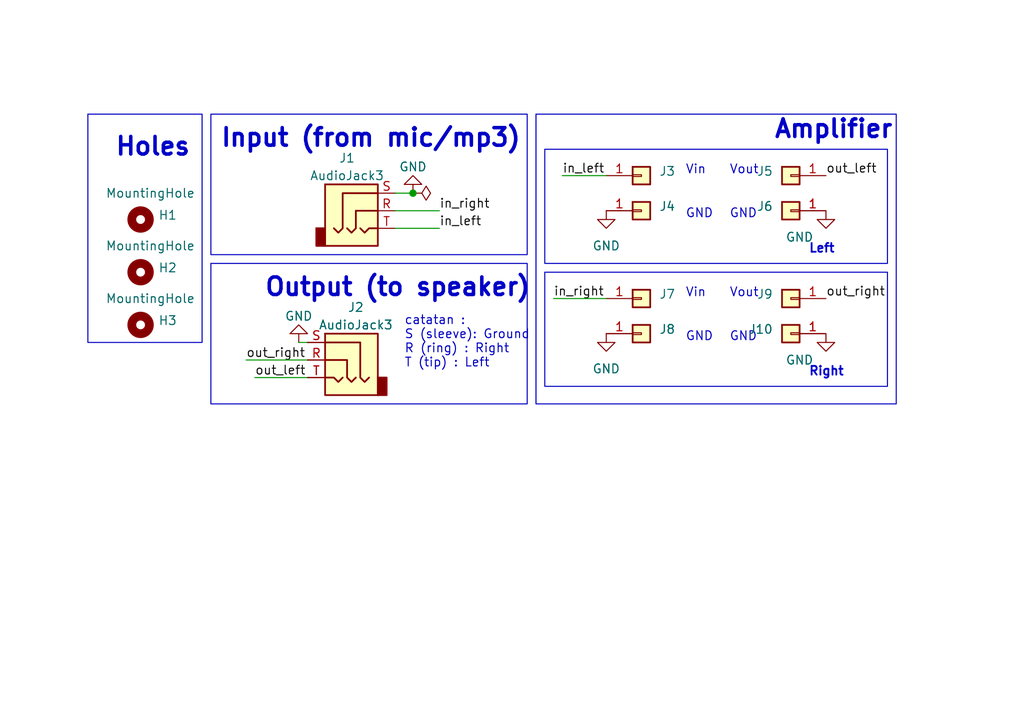
<source format=kicad_sch>
(kicad_sch (version 20230121) (generator eeschema)

  (uuid 75cf0e2d-f97e-498f-9f51-ea4cf139153a)

  (paper "User" 148.006 105.004)

  (title_block
    (title "Audiojack - Banana Converter")
    (date "2024-03-27")
    (company "Institut Teknologi Bandung")
    (comment 1 "Bostang Palaguna")
    (comment 2 "Designed by:")
  )

  (lib_symbols
    (symbol "Connector_Audio:AudioJack3" (in_bom yes) (on_board yes)
      (property "Reference" "J" (at 0 8.89 0)
        (effects (font (size 1.27 1.27)))
      )
      (property "Value" "AudioJack3" (at 0 6.35 0)
        (effects (font (size 1.27 1.27)))
      )
      (property "Footprint" "" (at 0 0 0)
        (effects (font (size 1.27 1.27)) hide)
      )
      (property "Datasheet" "~" (at 0 0 0)
        (effects (font (size 1.27 1.27)) hide)
      )
      (property "ki_keywords" "audio jack receptacle stereo headphones phones TRS connector" (at 0 0 0)
        (effects (font (size 1.27 1.27)) hide)
      )
      (property "ki_description" "Audio Jack, 3 Poles (Stereo / TRS)" (at 0 0 0)
        (effects (font (size 1.27 1.27)) hide)
      )
      (property "ki_fp_filters" "Jack*" (at 0 0 0)
        (effects (font (size 1.27 1.27)) hide)
      )
      (symbol "AudioJack3_0_1"
        (rectangle (start -5.08 -5.08) (end -6.35 -2.54)
          (stroke (width 0.254) (type default))
          (fill (type outline))
        )
        (polyline
          (pts
            (xy 0 -2.54)
            (xy 0.635 -3.175)
            (xy 1.27 -2.54)
            (xy 2.54 -2.54)
          )
          (stroke (width 0.254) (type default))
          (fill (type none))
        )
        (polyline
          (pts
            (xy -1.905 -2.54)
            (xy -1.27 -3.175)
            (xy -0.635 -2.54)
            (xy -0.635 0)
            (xy 2.54 0)
          )
          (stroke (width 0.254) (type default))
          (fill (type none))
        )
        (polyline
          (pts
            (xy 2.54 2.54)
            (xy -2.54 2.54)
            (xy -2.54 -2.54)
            (xy -3.175 -3.175)
            (xy -3.81 -2.54)
          )
          (stroke (width 0.254) (type default))
          (fill (type none))
        )
        (rectangle (start 2.54 3.81) (end -5.08 -5.08)
          (stroke (width 0.254) (type default))
          (fill (type background))
        )
      )
      (symbol "AudioJack3_1_1"
        (pin passive line (at 5.08 0 180) (length 2.54)
          (name "~" (effects (font (size 1.27 1.27))))
          (number "R" (effects (font (size 1.27 1.27))))
        )
        (pin passive line (at 5.08 2.54 180) (length 2.54)
          (name "~" (effects (font (size 1.27 1.27))))
          (number "S" (effects (font (size 1.27 1.27))))
        )
        (pin passive line (at 5.08 -2.54 180) (length 2.54)
          (name "~" (effects (font (size 1.27 1.27))))
          (number "T" (effects (font (size 1.27 1.27))))
        )
      )
    )
    (symbol "Connector_Generic:Conn_01x01" (pin_names (offset 1.016) hide) (in_bom yes) (on_board yes)
      (property "Reference" "J" (at 0 2.54 0)
        (effects (font (size 1.27 1.27)))
      )
      (property "Value" "Conn_01x01" (at 0 -2.54 0)
        (effects (font (size 1.27 1.27)))
      )
      (property "Footprint" "" (at 0 0 0)
        (effects (font (size 1.27 1.27)) hide)
      )
      (property "Datasheet" "~" (at 0 0 0)
        (effects (font (size 1.27 1.27)) hide)
      )
      (property "ki_keywords" "connector" (at 0 0 0)
        (effects (font (size 1.27 1.27)) hide)
      )
      (property "ki_description" "Generic connector, single row, 01x01, script generated (kicad-library-utils/schlib/autogen/connector/)" (at 0 0 0)
        (effects (font (size 1.27 1.27)) hide)
      )
      (property "ki_fp_filters" "Connector*:*_1x??_*" (at 0 0 0)
        (effects (font (size 1.27 1.27)) hide)
      )
      (symbol "Conn_01x01_1_1"
        (rectangle (start -1.27 0.127) (end 0 -0.127)
          (stroke (width 0.1524) (type default))
          (fill (type none))
        )
        (rectangle (start -1.27 1.27) (end 1.27 -1.27)
          (stroke (width 0.254) (type default))
          (fill (type background))
        )
        (pin passive line (at -5.08 0 0) (length 3.81)
          (name "Pin_1" (effects (font (size 1.27 1.27))))
          (number "1" (effects (font (size 1.27 1.27))))
        )
      )
    )
    (symbol "Mechanical:MountingHole" (pin_names (offset 1.016)) (in_bom yes) (on_board yes)
      (property "Reference" "H" (at 0 5.08 0)
        (effects (font (size 1.27 1.27)))
      )
      (property "Value" "MountingHole" (at 0 3.175 0)
        (effects (font (size 1.27 1.27)))
      )
      (property "Footprint" "" (at 0 0 0)
        (effects (font (size 1.27 1.27)) hide)
      )
      (property "Datasheet" "~" (at 0 0 0)
        (effects (font (size 1.27 1.27)) hide)
      )
      (property "ki_keywords" "mounting hole" (at 0 0 0)
        (effects (font (size 1.27 1.27)) hide)
      )
      (property "ki_description" "Mounting Hole without connection" (at 0 0 0)
        (effects (font (size 1.27 1.27)) hide)
      )
      (property "ki_fp_filters" "MountingHole*" (at 0 0 0)
        (effects (font (size 1.27 1.27)) hide)
      )
      (symbol "MountingHole_0_1"
        (circle (center 0 0) (radius 1.27)
          (stroke (width 1.27) (type default))
          (fill (type none))
        )
      )
    )
    (symbol "power:GND" (power) (pin_names (offset 0)) (in_bom yes) (on_board yes)
      (property "Reference" "#PWR" (at 0 -6.35 0)
        (effects (font (size 1.27 1.27)) hide)
      )
      (property "Value" "GND" (at 0 -3.81 0)
        (effects (font (size 1.27 1.27)))
      )
      (property "Footprint" "" (at 0 0 0)
        (effects (font (size 1.27 1.27)) hide)
      )
      (property "Datasheet" "" (at 0 0 0)
        (effects (font (size 1.27 1.27)) hide)
      )
      (property "ki_keywords" "global power" (at 0 0 0)
        (effects (font (size 1.27 1.27)) hide)
      )
      (property "ki_description" "Power symbol creates a global label with name \"GND\" , ground" (at 0 0 0)
        (effects (font (size 1.27 1.27)) hide)
      )
      (symbol "GND_0_1"
        (polyline
          (pts
            (xy 0 0)
            (xy 0 -1.27)
            (xy 1.27 -1.27)
            (xy 0 -2.54)
            (xy -1.27 -1.27)
            (xy 0 -1.27)
          )
          (stroke (width 0) (type default))
          (fill (type none))
        )
      )
      (symbol "GND_1_1"
        (pin power_in line (at 0 0 270) (length 0) hide
          (name "GND" (effects (font (size 1.27 1.27))))
          (number "1" (effects (font (size 1.27 1.27))))
        )
      )
    )
    (symbol "power:PWR_FLAG" (power) (pin_numbers hide) (pin_names (offset 0) hide) (in_bom yes) (on_board yes)
      (property "Reference" "#FLG" (at 0 1.905 0)
        (effects (font (size 1.27 1.27)) hide)
      )
      (property "Value" "PWR_FLAG" (at 0 3.81 0)
        (effects (font (size 1.27 1.27)))
      )
      (property "Footprint" "" (at 0 0 0)
        (effects (font (size 1.27 1.27)) hide)
      )
      (property "Datasheet" "~" (at 0 0 0)
        (effects (font (size 1.27 1.27)) hide)
      )
      (property "ki_keywords" "flag power" (at 0 0 0)
        (effects (font (size 1.27 1.27)) hide)
      )
      (property "ki_description" "Special symbol for telling ERC where power comes from" (at 0 0 0)
        (effects (font (size 1.27 1.27)) hide)
      )
      (symbol "PWR_FLAG_0_0"
        (pin power_out line (at 0 0 90) (length 0)
          (name "pwr" (effects (font (size 1.27 1.27))))
          (number "1" (effects (font (size 1.27 1.27))))
        )
      )
      (symbol "PWR_FLAG_0_1"
        (polyline
          (pts
            (xy 0 0)
            (xy 0 1.27)
            (xy -1.016 1.905)
            (xy 0 2.54)
            (xy 1.016 1.905)
            (xy 0 1.27)
          )
          (stroke (width 0) (type default))
          (fill (type none))
        )
      )
    )
  )

  (junction (at 59.69 27.94) (diameter 0) (color 0 0 0 0)
    (uuid 5a9bd359-8882-4d25-bd85-8e4665d93037)
  )

  (wire (pts (xy 35.56 52.07) (xy 44.45 52.07))
    (stroke (width 0) (type default))
    (uuid 1492008c-aae9-4754-a1b2-0108ee524ed5)
  )
  (wire (pts (xy 81.28 25.4) (xy 87.63 25.4))
    (stroke (width 0) (type default))
    (uuid 215bc0e4-79ce-4384-9c59-e981d6e4e7fe)
  )
  (wire (pts (xy 80.01 43.18) (xy 87.63 43.18))
    (stroke (width 0) (type default))
    (uuid 3917a8f3-9b62-436b-9e28-046cd90ac00f)
  )
  (wire (pts (xy 63.5 30.48) (xy 57.15 30.48))
    (stroke (width 0) (type default))
    (uuid 55d1aadc-2f68-4aab-a373-56c6aa164219)
  )
  (wire (pts (xy 63.5 33.02) (xy 57.15 33.02))
    (stroke (width 0) (type default))
    (uuid 7448d9d6-53a4-48f6-8958-c88c844ee344)
  )
  (wire (pts (xy 36.83 54.61) (xy 44.45 54.61))
    (stroke (width 0) (type default))
    (uuid ba20d16c-5eb4-4c79-95f8-2c444b9ce2ea)
  )
  (wire (pts (xy 59.69 27.94) (xy 57.15 27.94))
    (stroke (width 0) (type default))
    (uuid bc9cf14e-a0ad-4fe6-b371-c91681df98bf)
  )
  (wire (pts (xy 43.18 49.53) (xy 44.45 49.53))
    (stroke (width 0) (type default))
    (uuid d37aacb2-0d39-4e8c-8999-b8ac02ae5a54)
  )

  (rectangle (start 78.74 21.59) (end 128.27 38.1)
    (stroke (width 0) (type default))
    (fill (type none))
    (uuid 5b36a389-5a82-4619-877c-4af330edc79a)
  )
  (rectangle (start 78.74 39.37) (end 128.27 55.88)
    (stroke (width 0) (type default))
    (fill (type none))
    (uuid a4a2eab8-69f3-43a1-8bad-b069aa32557d)
  )
  (rectangle (start 12.7 16.51) (end 29.21 49.53)
    (stroke (width 0) (type default))
    (fill (type none))
    (uuid af4e3a26-d01f-4dd7-b625-8320918fbd84)
  )
  (rectangle (start 30.48 16.51) (end 76.2 36.83)
    (stroke (width 0) (type default))
    (fill (type none))
    (uuid b46b2c59-1980-4bb3-b470-9ec6bbf8e99c)
  )
  (rectangle (start 30.48 38.1) (end 76.2 58.42)
    (stroke (width 0) (type default))
    (fill (type none))
    (uuid d116adf2-685a-4f47-9a55-749379b23097)
  )
  (rectangle (start 77.47 16.51) (end 129.54 58.42)
    (stroke (width 0) (type default))
    (fill (type none))
    (uuid d1d53af2-b7eb-47a9-aeff-a490a658962e)
  )

  (text "Amplifier" (at 111.76 20.32 0)
    (effects (font (size 2.54 2.54) (thickness 0.508) bold) (justify left bottom))
    (uuid 01c3eddd-292e-4531-91a6-020077b68eac)
  )
  (text "Vin" (at 99.06 43.18 0)
    (effects (font (size 1.27 1.27)) (justify left bottom))
    (uuid 30f3a7c5-10e4-47b1-8c03-5d9ef8c4e95e)
  )
  (text "Vout" (at 105.41 25.4 0)
    (effects (font (size 1.27 1.27)) (justify left bottom))
    (uuid 44a1a96e-3f30-4a80-8313-b84f96359aa6)
  )
  (text "catatan :\nS (sleeve): Ground \nR (ring) : Right\nT (tip) : Left"
    (at 58.42 53.34 0)
    (effects (font (size 1.27 1.27)) (justify left bottom))
    (uuid 6e26eecb-e1f1-49b6-ab42-986c2dfda5be)
  )
  (text "Input (from mic/mp3)" (at 31.75 21.59 0)
    (effects (font (size 2.54 2.54) (thickness 0.508) bold) (justify left bottom))
    (uuid 70e03e4c-d440-4922-82b3-1f7124cf3bf4)
  )
  (text "GND" (at 105.41 31.75 0)
    (effects (font (size 1.27 1.27)) (justify left bottom))
    (uuid 84c2791f-6986-4421-9469-30e72391ed59)
  )
  (text "Left" (at 116.84 36.83 0)
    (effects (font (size 1.27 1.27) bold) (justify left bottom))
    (uuid a5d84026-3917-423e-bf63-27d01e07c649)
  )
  (text "GND" (at 105.41 49.53 0)
    (effects (font (size 1.27 1.27)) (justify left bottom))
    (uuid a6a542b0-5609-4d64-9f91-23eddf344310)
  )
  (text "GND" (at 99.06 31.75 0)
    (effects (font (size 1.27 1.27)) (justify left bottom))
    (uuid ad566dc4-547a-4c3b-a726-44bf8e72e0a8)
  )
  (text "Vout" (at 105.41 43.18 0)
    (effects (font (size 1.27 1.27)) (justify left bottom))
    (uuid c10f23f0-3188-4fdc-8e53-103b2367351b)
  )
  (text "Output (to speaker)" (at 38.1 43.18 0)
    (effects (font (size 2.54 2.54) (thickness 0.508) bold) (justify left bottom))
    (uuid ced734c0-6d99-4807-a4ed-72c3a11067e4)
  )
  (text "Right" (at 116.84 54.61 0)
    (effects (font (size 1.27 1.27) bold) (justify left bottom))
    (uuid d95e6bbf-347d-48de-8ca1-1c1699f109f7)
  )
  (text "GND" (at 99.06 49.53 0)
    (effects (font (size 1.27 1.27)) (justify left bottom))
    (uuid de0ff01d-5782-4316-a80d-82ef32b788ea)
  )
  (text "Vin" (at 99.06 25.4 0)
    (effects (font (size 1.27 1.27)) (justify left bottom))
    (uuid f32dcb3d-b21f-4602-b8a6-03e6a8d895db)
  )
  (text "Holes" (at 16.51 22.86 0)
    (effects (font (size 2.54 2.54) (thickness 0.508) bold) (justify left bottom))
    (uuid fc31b04f-6b86-47cf-b12b-eaeaae28e814)
  )

  (label "in_right" (at 63.5 30.48 0) (fields_autoplaced)
    (effects (font (size 1.27 1.27)) (justify left bottom))
    (uuid 0cd1acf8-391b-4b1d-9109-c40b57708fe3)
  )
  (label "in_left" (at 81.28 25.4 0) (fields_autoplaced)
    (effects (font (size 1.27 1.27)) (justify left bottom))
    (uuid 552ef3a5-c3df-4340-bd45-433d5b61e79c)
  )
  (label "out_right" (at 119.38 43.18 0) (fields_autoplaced)
    (effects (font (size 1.27 1.27)) (justify left bottom))
    (uuid 5e89e62d-b9dc-4519-94fd-e120d47d58d3)
  )
  (label "out_left" (at 36.83 54.61 0) (fields_autoplaced)
    (effects (font (size 1.27 1.27)) (justify left bottom))
    (uuid 7b3fc136-67b4-42b7-b40c-3c793e06b639)
  )
  (label "out_right" (at 35.56 52.07 0) (fields_autoplaced)
    (effects (font (size 1.27 1.27)) (justify left bottom))
    (uuid 8c69d78c-72ba-44f5-bc0d-c2ef0007ec34)
  )
  (label "in_right" (at 80.01 43.18 0) (fields_autoplaced)
    (effects (font (size 1.27 1.27)) (justify left bottom))
    (uuid ccd4ab72-9525-493f-86e4-e79006a08e6a)
  )
  (label "in_left" (at 63.5 33.02 0) (fields_autoplaced)
    (effects (font (size 1.27 1.27)) (justify left bottom))
    (uuid dcb372b1-1dcc-4036-b0ec-81cd622a4d73)
  )
  (label "out_left" (at 119.38 25.4 0) (fields_autoplaced)
    (effects (font (size 1.27 1.27)) (justify left bottom))
    (uuid e0b22fe6-8bb8-4414-b53e-d48f11638b98)
  )

  (symbol (lib_id "Connector_Generic:Conn_01x01") (at 114.3 25.4 0) (mirror y) (unit 1)
    (in_bom yes) (on_board yes) (dnp no)
    (uuid 001c51bf-20f6-458a-8513-0a172369f3c2)
    (property "Reference" "J5" (at 111.76 24.765 0)
      (effects (font (size 1.27 1.27)) (justify left))
    )
    (property "Value" "Conn_01x01" (at 111.76 27.305 0)
      (effects (font (size 1.27 1.27)) (justify left) hide)
    )
    (property "Footprint" "Connector:Banana_Jack_1Pin" (at 114.3 25.4 0)
      (effects (font (size 1.27 1.27)) hide)
    )
    (property "Datasheet" "~" (at 114.3 25.4 0)
      (effects (font (size 1.27 1.27)) hide)
    )
    (pin "1" (uuid b6f82b18-b87a-4ecd-aed9-2039a3ff8cc9))
    (instances
      (project "Audiojack_Banana"
        (path "/75cf0e2d-f97e-498f-9f51-ea4cf139153a"
          (reference "J5") (unit 1)
        )
      )
    )
  )

  (symbol (lib_id "power:GND") (at 87.63 48.26 0) (unit 1)
    (in_bom yes) (on_board yes) (dnp no) (fields_autoplaced)
    (uuid 213995bc-0072-44df-8fff-37d238874809)
    (property "Reference" "#PWR04" (at 87.63 54.61 0)
      (effects (font (size 1.27 1.27)) hide)
    )
    (property "Value" "GND" (at 87.63 53.34 0)
      (effects (font (size 1.27 1.27)))
    )
    (property "Footprint" "" (at 87.63 48.26 0)
      (effects (font (size 1.27 1.27)) hide)
    )
    (property "Datasheet" "" (at 87.63 48.26 0)
      (effects (font (size 1.27 1.27)) hide)
    )
    (pin "1" (uuid 30b35a90-cec1-4a1e-845b-c9776a2db9a3))
    (instances
      (project "Audiojack_Banana"
        (path "/75cf0e2d-f97e-498f-9f51-ea4cf139153a"
          (reference "#PWR04") (unit 1)
        )
      )
    )
  )

  (symbol (lib_id "power:GND") (at 43.18 49.53 180) (unit 1)
    (in_bom yes) (on_board yes) (dnp no) (fields_autoplaced)
    (uuid 3e526462-bcd6-4c21-a8d6-1af83f6165b4)
    (property "Reference" "#PWR03" (at 43.18 43.18 0)
      (effects (font (size 1.27 1.27)) hide)
    )
    (property "Value" "GND" (at 43.18 45.72 0)
      (effects (font (size 1.27 1.27)))
    )
    (property "Footprint" "" (at 43.18 49.53 0)
      (effects (font (size 1.27 1.27)) hide)
    )
    (property "Datasheet" "" (at 43.18 49.53 0)
      (effects (font (size 1.27 1.27)) hide)
    )
    (pin "1" (uuid 2e2dec06-784c-4a01-ad99-f2844f408241))
    (instances
      (project "Audiojack_Banana"
        (path "/75cf0e2d-f97e-498f-9f51-ea4cf139153a"
          (reference "#PWR03") (unit 1)
        )
      )
    )
  )

  (symbol (lib_id "Connector_Audio:AudioJack3") (at 49.53 52.07 0) (mirror y) (unit 1)
    (in_bom yes) (on_board yes) (dnp no)
    (uuid 43af89b3-5a25-4ad7-81a9-2acef0c399af)
    (property "Reference" "J2" (at 51.435 44.45 0)
      (effects (font (size 1.27 1.27)))
    )
    (property "Value" "AudioJack3" (at 51.435 46.99 0)
      (effects (font (size 1.27 1.27)))
    )
    (property "Footprint" "Connector_Audio:Jack_3.5mm_CUI_SJ-3523-SMT_Horizontal" (at 49.53 52.07 0)
      (effects (font (size 1.27 1.27)) hide)
    )
    (property "Datasheet" "~" (at 49.53 52.07 0)
      (effects (font (size 1.27 1.27)) hide)
    )
    (pin "R" (uuid 963bedc1-f6e0-48d8-87fd-bdf9c468f14b))
    (pin "S" (uuid 74567999-c80b-416c-9180-bddf1cbea266))
    (pin "T" (uuid e6d50383-1328-4f19-a1a8-afba5ebc0c68))
    (instances
      (project "Audiojack_Banana"
        (path "/75cf0e2d-f97e-498f-9f51-ea4cf139153a"
          (reference "J2") (unit 1)
        )
      )
    )
  )

  (symbol (lib_id "Mechanical:MountingHole") (at 20.32 39.37 0) (unit 1)
    (in_bom yes) (on_board yes) (dnp no)
    (uuid 4ae1149b-02a2-47ac-9f0f-8ee756f4dc78)
    (property "Reference" "H2" (at 22.86 38.735 0)
      (effects (font (size 1.27 1.27)) (justify left))
    )
    (property "Value" "MountingHole" (at 15.24 35.56 0)
      (effects (font (size 1.27 1.27)) (justify left))
    )
    (property "Footprint" "MountingHole:MountingHole_3.2mm_M3" (at 20.32 39.37 0)
      (effects (font (size 1.27 1.27)) hide)
    )
    (property "Datasheet" "~" (at 20.32 39.37 0)
      (effects (font (size 1.27 1.27)) hide)
    )
    (instances
      (project "Audiojack_Banana"
        (path "/75cf0e2d-f97e-498f-9f51-ea4cf139153a"
          (reference "H2") (unit 1)
        )
      )
    )
  )

  (symbol (lib_id "Connector_Generic:Conn_01x01") (at 92.71 43.18 0) (unit 1)
    (in_bom yes) (on_board yes) (dnp no) (fields_autoplaced)
    (uuid 4cdb8a23-1532-4599-8b71-cc6a8b804302)
    (property "Reference" "J7" (at 95.25 42.545 0)
      (effects (font (size 1.27 1.27)) (justify left))
    )
    (property "Value" "Conn_01x01" (at 95.25 45.085 0)
      (effects (font (size 1.27 1.27)) (justify left) hide)
    )
    (property "Footprint" "Connector:Banana_Jack_1Pin" (at 92.71 43.18 0)
      (effects (font (size 1.27 1.27)) hide)
    )
    (property "Datasheet" "~" (at 92.71 43.18 0)
      (effects (font (size 1.27 1.27)) hide)
    )
    (pin "1" (uuid 29501abc-f820-4c14-8272-d9e10b6f6bd7))
    (instances
      (project "Audiojack_Banana"
        (path "/75cf0e2d-f97e-498f-9f51-ea4cf139153a"
          (reference "J7") (unit 1)
        )
      )
    )
  )

  (symbol (lib_id "power:GND") (at 119.38 48.26 0) (unit 1)
    (in_bom yes) (on_board yes) (dnp no)
    (uuid 709c1637-880e-47ef-b8cd-3d915e95d741)
    (property "Reference" "#PWR06" (at 119.38 54.61 0)
      (effects (font (size 1.27 1.27)) hide)
    )
    (property "Value" "GND" (at 115.57 52.07 0)
      (effects (font (size 1.27 1.27)))
    )
    (property "Footprint" "" (at 119.38 48.26 0)
      (effects (font (size 1.27 1.27)) hide)
    )
    (property "Datasheet" "" (at 119.38 48.26 0)
      (effects (font (size 1.27 1.27)) hide)
    )
    (pin "1" (uuid ca8af13b-fa77-4829-b089-be89b644dc9e))
    (instances
      (project "Audiojack_Banana"
        (path "/75cf0e2d-f97e-498f-9f51-ea4cf139153a"
          (reference "#PWR06") (unit 1)
        )
      )
    )
  )

  (symbol (lib_id "power:GND") (at 59.69 27.94 180) (unit 1)
    (in_bom yes) (on_board yes) (dnp no) (fields_autoplaced)
    (uuid 7999a252-312d-45bc-b98c-93b9bc738e1c)
    (property "Reference" "#PWR01" (at 59.69 21.59 0)
      (effects (font (size 1.27 1.27)) hide)
    )
    (property "Value" "GND" (at 59.69 24.13 0)
      (effects (font (size 1.27 1.27)))
    )
    (property "Footprint" "" (at 59.69 27.94 0)
      (effects (font (size 1.27 1.27)) hide)
    )
    (property "Datasheet" "" (at 59.69 27.94 0)
      (effects (font (size 1.27 1.27)) hide)
    )
    (pin "1" (uuid b46aca40-4faf-44f0-b026-de70291aab7d))
    (instances
      (project "Audiojack_Banana"
        (path "/75cf0e2d-f97e-498f-9f51-ea4cf139153a"
          (reference "#PWR01") (unit 1)
        )
      )
    )
  )

  (symbol (lib_id "Connector_Generic:Conn_01x01") (at 92.71 30.48 0) (unit 1)
    (in_bom yes) (on_board yes) (dnp no) (fields_autoplaced)
    (uuid 7b381f2c-f870-4e05-b730-6bb216b1303b)
    (property "Reference" "J4" (at 95.25 29.845 0)
      (effects (font (size 1.27 1.27)) (justify left))
    )
    (property "Value" "Conn_01x01" (at 95.25 32.385 0)
      (effects (font (size 1.27 1.27)) (justify left) hide)
    )
    (property "Footprint" "Connector:Banana_Jack_1Pin" (at 92.71 30.48 0)
      (effects (font (size 1.27 1.27)) hide)
    )
    (property "Datasheet" "~" (at 92.71 30.48 0)
      (effects (font (size 1.27 1.27)) hide)
    )
    (pin "1" (uuid fd1b13b5-91ac-4125-b81f-001cffc8d4e5))
    (instances
      (project "Audiojack_Banana"
        (path "/75cf0e2d-f97e-498f-9f51-ea4cf139153a"
          (reference "J4") (unit 1)
        )
      )
    )
  )

  (symbol (lib_id "Connector_Audio:AudioJack3") (at 52.07 30.48 0) (unit 1)
    (in_bom yes) (on_board yes) (dnp no) (fields_autoplaced)
    (uuid 7e85d9a9-91b1-4d91-8530-9f915e2f5ea3)
    (property "Reference" "J1" (at 50.165 22.86 0)
      (effects (font (size 1.27 1.27)))
    )
    (property "Value" "AudioJack3" (at 50.165 25.4 0)
      (effects (font (size 1.27 1.27)))
    )
    (property "Footprint" "Connector_Audio:Jack_3.5mm_CUI_SJ-3523-SMT_Horizontal" (at 52.07 30.48 0)
      (effects (font (size 1.27 1.27)) hide)
    )
    (property "Datasheet" "~" (at 52.07 30.48 0)
      (effects (font (size 1.27 1.27)) hide)
    )
    (pin "R" (uuid b0224add-e5da-48d1-97cd-a508959f5cf1))
    (pin "S" (uuid d720075b-fd8d-4484-905e-cb5b0d97e9ff))
    (pin "T" (uuid 59be28bc-b9e2-4e91-915a-5ccc56246f74))
    (instances
      (project "Audiojack_Banana"
        (path "/75cf0e2d-f97e-498f-9f51-ea4cf139153a"
          (reference "J1") (unit 1)
        )
      )
    )
  )

  (symbol (lib_id "Connector_Generic:Conn_01x01") (at 114.3 43.18 0) (mirror y) (unit 1)
    (in_bom yes) (on_board yes) (dnp no)
    (uuid 82e8d4ad-9812-4528-af6c-e82689663e92)
    (property "Reference" "J9" (at 111.76 42.545 0)
      (effects (font (size 1.27 1.27)) (justify left))
    )
    (property "Value" "Conn_01x01" (at 111.76 45.085 0)
      (effects (font (size 1.27 1.27)) (justify left) hide)
    )
    (property "Footprint" "Connector:Banana_Jack_1Pin" (at 114.3 43.18 0)
      (effects (font (size 1.27 1.27)) hide)
    )
    (property "Datasheet" "~" (at 114.3 43.18 0)
      (effects (font (size 1.27 1.27)) hide)
    )
    (pin "1" (uuid 04b538f7-7c52-47e7-837d-78b11dec349b))
    (instances
      (project "Audiojack_Banana"
        (path "/75cf0e2d-f97e-498f-9f51-ea4cf139153a"
          (reference "J9") (unit 1)
        )
      )
    )
  )

  (symbol (lib_id "Mechanical:MountingHole") (at 20.32 46.99 0) (unit 1)
    (in_bom yes) (on_board yes) (dnp no)
    (uuid 8d4f3e6b-298e-4832-a440-6d4a9895902b)
    (property "Reference" "H3" (at 22.86 46.355 0)
      (effects (font (size 1.27 1.27)) (justify left))
    )
    (property "Value" "MountingHole" (at 15.24 43.18 0)
      (effects (font (size 1.27 1.27)) (justify left))
    )
    (property "Footprint" "MountingHole:MountingHole_3.2mm_M3" (at 20.32 46.99 0)
      (effects (font (size 1.27 1.27)) hide)
    )
    (property "Datasheet" "~" (at 20.32 46.99 0)
      (effects (font (size 1.27 1.27)) hide)
    )
    (instances
      (project "Audiojack_Banana"
        (path "/75cf0e2d-f97e-498f-9f51-ea4cf139153a"
          (reference "H3") (unit 1)
        )
      )
    )
  )

  (symbol (lib_id "Connector_Generic:Conn_01x01") (at 114.3 30.48 0) (mirror y) (unit 1)
    (in_bom yes) (on_board yes) (dnp no)
    (uuid 8f92382f-40cf-4df3-b7bd-96f3e0c5b57c)
    (property "Reference" "J6" (at 111.76 29.845 0)
      (effects (font (size 1.27 1.27)) (justify left))
    )
    (property "Value" "Conn_01x01" (at 111.76 32.385 0)
      (effects (font (size 1.27 1.27)) (justify left) hide)
    )
    (property "Footprint" "Connector:Banana_Jack_1Pin" (at 114.3 30.48 0)
      (effects (font (size 1.27 1.27)) hide)
    )
    (property "Datasheet" "~" (at 114.3 30.48 0)
      (effects (font (size 1.27 1.27)) hide)
    )
    (pin "1" (uuid f2f598b4-99c8-430a-a198-21a7766219e8))
    (instances
      (project "Audiojack_Banana"
        (path "/75cf0e2d-f97e-498f-9f51-ea4cf139153a"
          (reference "J6") (unit 1)
        )
      )
    )
  )

  (symbol (lib_id "Connector_Generic:Conn_01x01") (at 114.3 48.26 0) (mirror y) (unit 1)
    (in_bom yes) (on_board yes) (dnp no)
    (uuid 937458f8-7fef-437b-9b58-e73aa6d47c05)
    (property "Reference" "J10" (at 111.76 47.625 0)
      (effects (font (size 1.27 1.27)) (justify left))
    )
    (property "Value" "Conn_01x01" (at 111.76 50.165 0)
      (effects (font (size 1.27 1.27)) (justify left) hide)
    )
    (property "Footprint" "Connector:Banana_Jack_1Pin" (at 114.3 48.26 0)
      (effects (font (size 1.27 1.27)) hide)
    )
    (property "Datasheet" "~" (at 114.3 48.26 0)
      (effects (font (size 1.27 1.27)) hide)
    )
    (pin "1" (uuid bc6eb853-cc10-40d1-bdd1-8508d7020c7d))
    (instances
      (project "Audiojack_Banana"
        (path "/75cf0e2d-f97e-498f-9f51-ea4cf139153a"
          (reference "J10") (unit 1)
        )
      )
    )
  )

  (symbol (lib_id "power:GND") (at 119.38 30.48 0) (unit 1)
    (in_bom yes) (on_board yes) (dnp no)
    (uuid a0029e0c-3beb-463f-94e2-2572dbaaef00)
    (property "Reference" "#PWR05" (at 119.38 36.83 0)
      (effects (font (size 1.27 1.27)) hide)
    )
    (property "Value" "GND" (at 115.57 34.29 0)
      (effects (font (size 1.27 1.27)))
    )
    (property "Footprint" "" (at 119.38 30.48 0)
      (effects (font (size 1.27 1.27)) hide)
    )
    (property "Datasheet" "" (at 119.38 30.48 0)
      (effects (font (size 1.27 1.27)) hide)
    )
    (pin "1" (uuid b4c940c1-7e87-48e0-9985-2979e246c0d7))
    (instances
      (project "Audiojack_Banana"
        (path "/75cf0e2d-f97e-498f-9f51-ea4cf139153a"
          (reference "#PWR05") (unit 1)
        )
      )
    )
  )

  (symbol (lib_id "Mechanical:MountingHole") (at 20.32 31.75 0) (unit 1)
    (in_bom yes) (on_board yes) (dnp no)
    (uuid b67cb7f5-b041-44bc-9458-1c9d6bbd82f5)
    (property "Reference" "H1" (at 22.86 31.115 0)
      (effects (font (size 1.27 1.27)) (justify left))
    )
    (property "Value" "MountingHole" (at 15.24 27.94 0)
      (effects (font (size 1.27 1.27)) (justify left))
    )
    (property "Footprint" "MountingHole:MountingHole_3.2mm_M3" (at 20.32 31.75 0)
      (effects (font (size 1.27 1.27)) hide)
    )
    (property "Datasheet" "~" (at 20.32 31.75 0)
      (effects (font (size 1.27 1.27)) hide)
    )
    (instances
      (project "Audiojack_Banana"
        (path "/75cf0e2d-f97e-498f-9f51-ea4cf139153a"
          (reference "H1") (unit 1)
        )
      )
    )
  )

  (symbol (lib_id "Connector_Generic:Conn_01x01") (at 92.71 25.4 0) (unit 1)
    (in_bom yes) (on_board yes) (dnp no) (fields_autoplaced)
    (uuid d383d1c5-edd1-44bf-ad16-2a7c9e05edef)
    (property "Reference" "J3" (at 95.25 24.765 0)
      (effects (font (size 1.27 1.27)) (justify left))
    )
    (property "Value" "Conn_01x01" (at 95.25 27.305 0)
      (effects (font (size 1.27 1.27)) (justify left) hide)
    )
    (property "Footprint" "Connector:Banana_Jack_1Pin" (at 92.71 25.4 0)
      (effects (font (size 1.27 1.27)) hide)
    )
    (property "Datasheet" "~" (at 92.71 25.4 0)
      (effects (font (size 1.27 1.27)) hide)
    )
    (pin "1" (uuid 16a38fa5-0a64-4292-91e0-8272dc946a58))
    (instances
      (project "Audiojack_Banana"
        (path "/75cf0e2d-f97e-498f-9f51-ea4cf139153a"
          (reference "J3") (unit 1)
        )
      )
    )
  )

  (symbol (lib_id "power:GND") (at 87.63 30.48 0) (unit 1)
    (in_bom yes) (on_board yes) (dnp no) (fields_autoplaced)
    (uuid d84bd63f-3dc1-4b00-ae40-712bbdb1512d)
    (property "Reference" "#PWR02" (at 87.63 36.83 0)
      (effects (font (size 1.27 1.27)) hide)
    )
    (property "Value" "GND" (at 87.63 35.56 0)
      (effects (font (size 1.27 1.27)))
    )
    (property "Footprint" "" (at 87.63 30.48 0)
      (effects (font (size 1.27 1.27)) hide)
    )
    (property "Datasheet" "" (at 87.63 30.48 0)
      (effects (font (size 1.27 1.27)) hide)
    )
    (pin "1" (uuid 8668b8be-380f-41bd-9973-e16fdc8c59ea))
    (instances
      (project "Audiojack_Banana"
        (path "/75cf0e2d-f97e-498f-9f51-ea4cf139153a"
          (reference "#PWR02") (unit 1)
        )
      )
    )
  )

  (symbol (lib_id "power:PWR_FLAG") (at 59.69 27.94 270) (unit 1)
    (in_bom yes) (on_board yes) (dnp no) (fields_autoplaced)
    (uuid dba55253-8178-444d-a09b-7f589d0d62fd)
    (property "Reference" "#FLG01" (at 61.595 27.94 0)
      (effects (font (size 1.27 1.27)) hide)
    )
    (property "Value" "PWR_FLAG" (at 64.77 27.94 0)
      (effects (font (size 1.27 1.27)) hide)
    )
    (property "Footprint" "" (at 59.69 27.94 0)
      (effects (font (size 1.27 1.27)) hide)
    )
    (property "Datasheet" "~" (at 59.69 27.94 0)
      (effects (font (size 1.27 1.27)) hide)
    )
    (pin "1" (uuid 5dd130ff-8108-464c-8614-47e39315d690))
    (instances
      (project "Audiojack_Banana"
        (path "/75cf0e2d-f97e-498f-9f51-ea4cf139153a"
          (reference "#FLG01") (unit 1)
        )
      )
    )
  )

  (symbol (lib_id "Connector_Generic:Conn_01x01") (at 92.71 48.26 0) (unit 1)
    (in_bom yes) (on_board yes) (dnp no) (fields_autoplaced)
    (uuid e4aff3f8-3005-4b99-b0ff-af9eb87b2898)
    (property "Reference" "J8" (at 95.25 47.625 0)
      (effects (font (size 1.27 1.27)) (justify left))
    )
    (property "Value" "Conn_01x01" (at 95.25 50.165 0)
      (effects (font (size 1.27 1.27)) (justify left) hide)
    )
    (property "Footprint" "Connector:Banana_Jack_1Pin" (at 92.71 48.26 0)
      (effects (font (size 1.27 1.27)) hide)
    )
    (property "Datasheet" "~" (at 92.71 48.26 0)
      (effects (font (size 1.27 1.27)) hide)
    )
    (pin "1" (uuid 8fa18429-d7cb-4038-abcb-dfbe236c366f))
    (instances
      (project "Audiojack_Banana"
        (path "/75cf0e2d-f97e-498f-9f51-ea4cf139153a"
          (reference "J8") (unit 1)
        )
      )
    )
  )

  (sheet_instances
    (path "/" (page "1"))
  )
)

</source>
